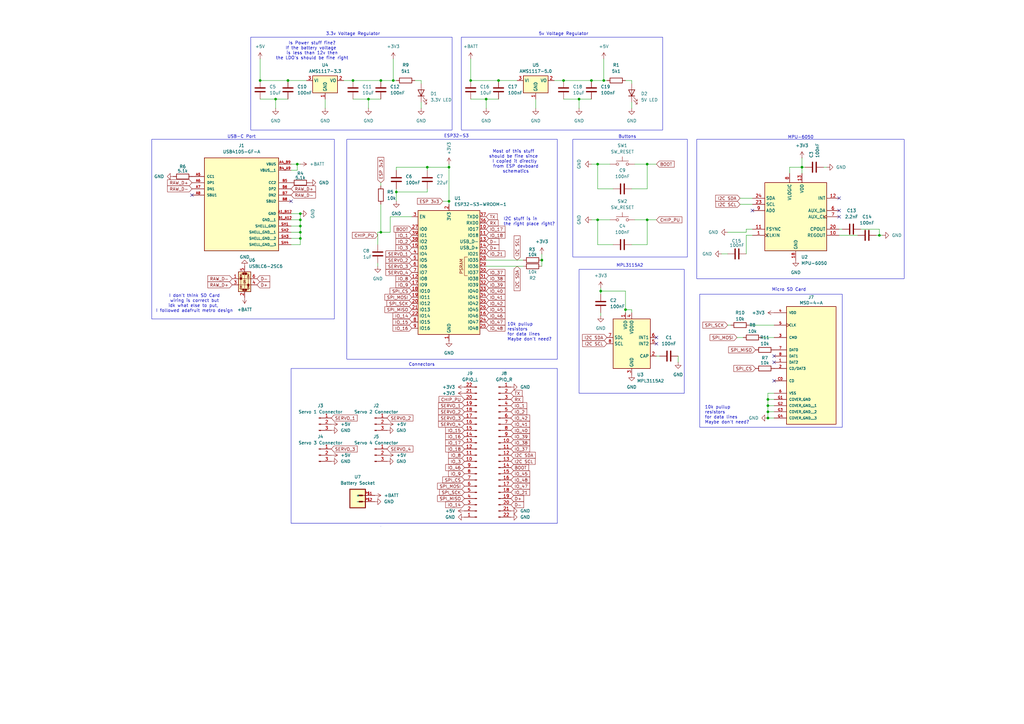
<source format=kicad_sch>
(kicad_sch (version 20231120) (generator "eeschema") (generator_version "8.0")
  (paper "A3")
  (junction (at 265.43 90.17))
  (junction (at 123.19 90.17))
  (junction (at 246.38 119.38))
  (junction (at 123.19 87.63))
  (junction (at 162.56 78.74))
  (junction (at 231.14 33.02))
  (junction (at 314.96 163.83))
  (junction (at 156.21 95.25))
  (junction (at 123.19 92.71))
  (junction (at 314.96 166.37))
  (junction (at 199.39 40.64))
  (junction (at 256.54 127))
  (junction (at 121.92 67.31))
  (junction (at 113.03 40.64))
  (junction (at 247.65 33.02))
  (junction (at 175.26 68.58))
  (junction (at 314.96 168.91))
  (junction (at 314.96 171.45))
  (junction (at 242.57 33.02))
  (junction (at 118.11 33.02))
  (junction (at 245.11 67.31))
  (junction (at 204.47 33.02))
  (junction (at 184.15 68.58))
  (junction (at 245.11 90.17))
  (junction (at 193.04 33.02))
  (junction (at 328.93 68.58))
  (junction (at 237.49 40.64))
  (junction (at 144.78 33.02))
  (junction (at 156.21 33.02))
  (junction (at 360.68 96.52))
  (junction (at 123.19 95.25))
  (junction (at 151.13 40.64))
  (junction (at 106.68 33.02))
  (junction (at 265.43 67.31))
  (junction (at 123.19 97.79))
  (junction (at 222.25 106.68))
  (junction (at 161.29 33.02))
  (junction (at 184.15 82.55))
  (no_connect (at 344.17 81.28))
  (no_connect (at 344.17 86.36))
  (no_connect (at 269.24 140.97))
  (no_connect (at 119.38 82.55))
  (no_connect (at 308.61 86.36))
  (no_connect (at 317.5 148.59))
  (no_connect (at 317.5 156.21))
  (no_connect (at 344.17 88.9))
  (no_connect (at 269.24 138.43))
  (no_connect (at 78.74 80.01))
  (no_connect (at 317.5 146.05))
  (wire (pts (xy 123.19 95.25) (xy 123.19 92.71)))
  (wire (pts (xy 119.38 92.71) (xy 123.19 92.71)))
  (wire (pts (xy 314.96 168.91) (xy 317.5 168.91)))
  (wire (pts (xy 269.24 146.05) (xy 270.51 146.05)))
  (wire (pts (xy 156.21 74.93) (xy 156.21 76.2)))
  (wire (pts (xy 353.06 93.98) (xy 360.68 93.98)))
  (wire (pts (xy 260.35 67.31) (xy 265.43 67.31)))
  (wire (pts (xy 259.08 128.27) (xy 259.08 127)))
  (wire (pts (xy 123.19 67.31) (xy 121.92 67.31)))
  (wire (pts (xy 199.39 109.22) (xy 214.63 109.22)))
  (wire (pts (xy 119.38 100.33) (xy 123.19 100.33)))
  (wire (pts (xy 302.26 138.43) (xy 304.8 138.43)))
  (wire (pts (xy 314.96 163.83) (xy 314.96 166.37)))
  (wire (pts (xy 259.08 127) (xy 256.54 127)))
  (wire (pts (xy 162.56 78.74) (xy 162.56 82.55)))
  (wire (pts (xy 156.21 33.02) (xy 161.29 33.02)))
  (wire (pts (xy 298.45 133.35) (xy 299.72 133.35)))
  (wire (pts (xy 204.47 33.02) (xy 212.09 33.02)))
  (wire (pts (xy 247.65 24.13) (xy 247.65 33.02)))
  (wire (pts (xy 265.43 90.17) (xy 265.43 100.33)))
  (wire (pts (xy 260.35 90.17) (xy 265.43 90.17)))
  (wire (pts (xy 123.19 97.79) (xy 123.19 95.25)))
  (wire (pts (xy 219.71 40.64) (xy 219.71 44.45)))
  (wire (pts (xy 119.38 90.17) (xy 123.19 90.17)))
  (wire (pts (xy 344.17 93.98) (xy 345.44 93.98)))
  (wire (pts (xy 306.07 96.52) (xy 308.61 96.52)))
  (wire (pts (xy 106.68 33.02) (xy 118.11 33.02)))
  (wire (pts (xy 204.47 40.64) (xy 199.39 40.64)))
  (wire (pts (xy 246.38 119.38) (xy 246.38 120.65)))
  (wire (pts (xy 123.19 92.71) (xy 123.19 90.17)))
  (wire (pts (xy 151.13 40.64) (xy 151.13 44.45)))
  (wire (pts (xy 245.11 67.31) (xy 250.19 67.31)))
  (wire (pts (xy 154.94 95.25) (xy 156.21 95.25)))
  (wire (pts (xy 303.53 81.28) (xy 308.61 81.28)))
  (wire (pts (xy 123.19 90.17) (xy 123.19 87.63)))
  (wire (pts (xy 160.02 95.25) (xy 156.21 95.25)))
  (wire (pts (xy 259.08 33.02) (xy 259.08 34.29)))
  (wire (pts (xy 118.11 33.02) (xy 125.73 33.02)))
  (wire (pts (xy 121.92 69.85) (xy 119.38 69.85)))
  (wire (pts (xy 259.08 77.47) (xy 265.43 77.47)))
  (wire (pts (xy 133.35 40.64) (xy 133.35 44.45)))
  (wire (pts (xy 246.38 118.11) (xy 246.38 119.38)))
  (wire (pts (xy 162.56 68.58) (xy 162.56 69.85)))
  (wire (pts (xy 184.15 67.31) (xy 184.15 68.58)))
  (wire (pts (xy 222.25 106.68) (xy 222.25 109.22)))
  (wire (pts (xy 118.11 40.64) (xy 113.03 40.64)))
  (wire (pts (xy 314.96 166.37) (xy 314.96 168.91)))
  (wire (pts (xy 156.21 40.64) (xy 151.13 40.64)))
  (wire (pts (xy 245.11 90.17) (xy 250.19 90.17)))
  (wire (pts (xy 193.04 40.64) (xy 199.39 40.64)))
  (wire (pts (xy 314.96 166.37) (xy 317.5 166.37)))
  (wire (pts (xy 113.03 40.64) (xy 113.03 44.45)))
  (wire (pts (xy 121.92 67.31) (xy 121.92 69.85)))
  (wire (pts (xy 170.18 33.02) (xy 172.72 33.02)))
  (wire (pts (xy 161.29 33.02) (xy 162.56 33.02)))
  (wire (pts (xy 256.54 119.38) (xy 256.54 127)))
  (wire (pts (xy 106.68 24.13) (xy 106.68 33.02)))
  (wire (pts (xy 251.46 77.47) (xy 245.11 77.47)))
  (wire (pts (xy 314.96 168.91) (xy 314.96 171.45)))
  (wire (pts (xy 162.56 77.47) (xy 162.56 78.74)))
  (wire (pts (xy 184.15 82.55) (xy 184.15 83.82)))
  (wire (pts (xy 144.78 40.64) (xy 151.13 40.64)))
  (wire (pts (xy 259.08 41.91) (xy 259.08 44.45)))
  (wire (pts (xy 360.68 96.52) (xy 361.95 96.52)))
  (wire (pts (xy 328.93 68.58) (xy 328.93 71.12)))
  (wire (pts (xy 175.26 68.58) (xy 184.15 68.58)))
  (wire (pts (xy 162.56 78.74) (xy 175.26 78.74)))
  (wire (pts (xy 314.96 161.29) (xy 314.96 163.83)))
  (wire (pts (xy 314.96 171.45) (xy 317.5 171.45)))
  (wire (pts (xy 175.26 68.58) (xy 175.26 69.85)))
  (wire (pts (xy 306.07 95.25) (xy 306.07 93.98)))
  (wire (pts (xy 184.15 68.58) (xy 184.15 82.55)))
  (wire (pts (xy 119.38 97.79) (xy 123.19 97.79)))
  (wire (pts (xy 156.21 83.82) (xy 156.21 95.25)))
  (wire (pts (xy 246.38 129.54) (xy 246.38 128.27)))
  (wire (pts (xy 312.42 138.43) (xy 317.5 138.43)))
  (wire (pts (xy 106.68 40.64) (xy 113.03 40.64)))
  (wire (pts (xy 256.54 127) (xy 256.54 128.27)))
  (wire (pts (xy 307.34 133.35) (xy 317.5 133.35)))
  (wire (pts (xy 295.91 104.14) (xy 298.45 104.14)))
  (wire (pts (xy 231.14 40.64) (xy 237.49 40.64)))
  (wire (pts (xy 360.68 93.98) (xy 360.68 96.52)))
  (wire (pts (xy 123.19 100.33) (xy 123.19 97.79)))
  (wire (pts (xy 172.72 33.02) (xy 172.72 34.29)))
  (wire (pts (xy 160.02 88.9) (xy 160.02 95.25)))
  (wire (pts (xy 181.61 82.55) (xy 184.15 82.55)))
  (wire (pts (xy 256.54 33.02) (xy 259.08 33.02)))
  (wire (pts (xy 251.46 100.33) (xy 245.11 100.33)))
  (wire (pts (xy 259.08 100.33) (xy 265.43 100.33)))
  (wire (pts (xy 323.85 68.58) (xy 323.85 71.12)))
  (wire (pts (xy 242.57 67.31) (xy 245.11 67.31)))
  (wire (pts (xy 298.45 95.25) (xy 306.07 95.25)))
  (wire (pts (xy 306.07 104.14) (xy 306.07 96.52)))
  (wire (pts (xy 193.04 24.13) (xy 193.04 33.02)))
  (wire (pts (xy 119.38 87.63) (xy 123.19 87.63)))
  (wire (pts (xy 247.65 33.02) (xy 248.92 33.02)))
  (wire (pts (xy 359.41 96.52) (xy 360.68 96.52)))
  (wire (pts (xy 303.53 83.82) (xy 308.61 83.82)))
  (wire (pts (xy 306.07 93.98) (xy 308.61 93.98)))
  (wire (pts (xy 119.38 67.31) (xy 121.92 67.31)))
  (wire (pts (xy 227.33 33.02) (xy 231.14 33.02)))
  (wire (pts (xy 328.93 64.77) (xy 328.93 68.58)))
  (wire (pts (xy 242.57 40.64) (xy 237.49 40.64)))
  (wire (pts (xy 314.96 163.83) (xy 317.5 163.83)))
  (wire (pts (xy 144.78 33.02) (xy 156.21 33.02)))
  (wire (pts (xy 246.38 119.38) (xy 256.54 119.38)))
  (wire (pts (xy 154.94 95.25) (xy 154.94 100.33)))
  (wire (pts (xy 265.43 67.31) (xy 265.43 77.47)))
  (wire (pts (xy 222.25 104.14) (xy 222.25 106.68)))
  (wire (pts (xy 328.93 68.58) (xy 330.2 68.58)))
  (wire (pts (xy 265.43 67.31) (xy 269.24 67.31)))
  (wire (pts (xy 193.04 33.02) (xy 204.47 33.02)))
  (wire (pts (xy 265.43 90.17) (xy 269.24 90.17)))
  (wire (pts (xy 175.26 78.74) (xy 175.26 77.47)))
  (wire (pts (xy 242.57 33.02) (xy 247.65 33.02)))
  (wire (pts (xy 242.57 90.17) (xy 245.11 90.17)))
  (wire (pts (xy 154.94 109.22) (xy 154.94 107.95)))
  (wire (pts (xy 172.72 41.91) (xy 172.72 44.45)))
  (wire (pts (xy 317.5 161.29) (xy 314.96 161.29)))
  (wire (pts (xy 328.93 68.58) (xy 323.85 68.58)))
  (wire (pts (xy 245.11 100.33) (xy 245.11 90.17)))
  (wire (pts (xy 162.56 68.58) (xy 175.26 68.58)))
  (wire (pts (xy 245.11 77.47) (xy 245.11 67.31)))
  (wire (pts (xy 168.91 88.9) (xy 160.02 88.9)))
  (wire (pts (xy 337.82 68.58) (xy 339.09 68.58)))
  (wire (pts (xy 237.49 40.64) (xy 237.49 44.45)))
  (wire (pts (xy 231.14 33.02) (xy 242.57 33.02)))
  (wire (pts (xy 119.38 95.25) (xy 123.19 95.25)))
  (wire (pts (xy 140.97 33.02) (xy 144.78 33.02)))
  (wire (pts (xy 199.39 40.64) (xy 199.39 44.45)))
  (wire (pts (xy 344.17 96.52) (xy 351.79 96.52)))
  (wire (pts (xy 278.13 146.05) (xy 278.13 148.59)))
  (wire (pts (xy 161.29 24.13) (xy 161.29 33.02)))
  (wire (pts (xy 199.39 106.68) (xy 214.63 106.68)))
  (rectangle (start 142.24 57.15) (end 228.6 147.32))
  (rectangle (start 237.49 110.49) (end 280.67 161.29))
  (rectangle (start 156.21 215.9) (end 156.21 215.9))
  (rectangle (start 287.02 120.65) (end 345.44 175.26))
  (rectangle (start 102.87 15.24) (end 185.42 53.34))
  (rectangle (start 189.23 15.24) (end 271.78 53.34))
  (rectangle (start 62.23 57.15) (end 137.16 130.81))
  (rectangle (start 234.95 57.15) (end 281.94 105.41))
  (rectangle (start 285.75 57.15) (end 370.84 114.3))
  (rectangle (start 119.38 151.13) (end 228.6 214.63))
  (text "Micro SD Card\n" (at 323.596 118.872 0) (effects (font (size 1.27 1.27))))
  (text "Buttons\n" (at 257.302 56.134 0) (effects (font (size 1.27 1.27))))
  (text "ESP32-S3\n" (at 187.198 55.88 0) (effects (font (size 1.27 1.27))))
  (text "I2C stuff is in \nthe right place right?" (at 206.502 90.932 0) (effects (font (size 1.27 1.27)) (justify left)))
  (text "USB-C Port" (at 99.06 56.134 0) (effects (font (size 1.27 1.27))))
  (text "I don't think SD Card\n wiring is correct but \nidk what else to put, \nI followed adafruit metro design\n" (at 79.756 124.46 0) (effects (font (size 1.27 1.27))))
  (text "Most of this stuff \nshould be fine since \nI copied it directly\n from ESP devboard\n schematics" (at 211.074 66.294 0) (effects (font (size 1.27 1.27))))
  (text "3.3v Voltage Regulator\n" (at 144.78 13.97 0) (effects (font (size 1.27 1.27))))
  (text "Connectors\n" (at 172.974 149.606 0) (effects (font (size 1.27 1.27))))
  (text "5v Voltage Regulator\n" (at 231.14 13.97 0) (effects (font (size 1.27 1.27))))
  (text "10k pullup \nresistors\nfor data lines\nMaybe don't need?" (at 289.052 170.18 0) (effects (font (size 1.27 1.27)) (justify left)))
  (text "MPU-6050\n" (at 328.422 56.388 0) (effects (font (size 1.27 1.27))))
  (text "MPL3115A2\n" (at 258.318 108.966 0) (effects (font (size 1.27 1.27))))
  (text "Is Power stuff fine?\nIf the battery voltage \nis less than 12v then\nthe LDO's should be fine right" (at 128.016 20.828 0) (effects (font (size 1.27 1.27))))
  (text "10k pullup \nresistors\nfor data lines\nMaybe don't need?" (at 208.026 136.144 0) (effects (font (size 1.27 1.27)) (justify left)))
  (global_label "IO_45" (shape input) (at 199.39 127 0) (property "Intersheetrefs" "${INTERSHEET_REFS}" (effects (hide yes))))
  (global_label "IO_39" (shape input) (at 209.55 179.07 0) (property "Intersheetrefs" "${INTERSHEET_REFS}" (effects (hide yes))))
  (global_label "RX" (shape input) (at 199.39 91.44 0) (property "Intersheetrefs" "${INTERSHEET_REFS}" (effects (hide yes))))
  (global_label "IO_14" (shape input) (at 190.5 207.01 180) (property "Intersheetrefs" "${INTERSHEET_REFS}" (effects (hide yes))))
  (global_label "I2C SCL" (shape input) (at 248.92 140.97 180) (property "Intersheetrefs" "${INTERSHEET_REFS}" (effects (hide yes))))
  (global_label "IO_3" (shape input) (at 190.5 189.23 180) (property "Intersheetrefs" "${INTERSHEET_REFS}" (effects (hide yes))))
  (global_label "SPI_SCK" (shape input) (at 298.45 133.35 180) (property "Intersheetrefs" "${INTERSHEET_REFS}" (effects (hide yes))))
  (global_label "SERVO_2" (shape input) (at 190.5 168.91 180) (property "Intersheetrefs" "${INTERSHEET_REFS}" (effects (hide yes))))
  (global_label "SERVO_1" (shape input) (at 135.89 171.45 0) (property "Intersheetrefs" "${INTERSHEET_REFS}" (effects (hide yes))))
  (global_label "SPI_MOSI" (shape input) (at 302.26 138.43 180) (property "Intersheetrefs" "${INTERSHEET_REFS}" (effects (hide yes))))
  (global_label "I2C SDA" (shape input) (at 209.55 186.69 0) (property "Intersheetrefs" "${INTERSHEET_REFS}" (effects (hide yes))))
  (global_label "IO_38" (shape input) (at 209.55 181.61 0) (property "Intersheetrefs" "${INTERSHEET_REFS}" (effects (hide yes))))
  (global_label "IO_17" (shape input) (at 199.39 93.98 0) (property "Intersheetrefs" "${INTERSHEET_REFS}" (effects (hide yes))))
  (global_label "ESP 3v3" (shape input) (at 156.21 74.93 90) (property "Intersheetrefs" "${INTERSHEET_REFS}" (effects (hide yes))))
  (global_label "SPI_SCK" (shape input) (at 190.5 201.93 180) (property "Intersheetrefs" "${INTERSHEET_REFS}" (effects (hide yes))))
  (global_label "I2C SCL" (shape input) (at 212.09 106.68 90) (property "Intersheetrefs" "${INTERSHEET_REFS}" (effects (hide yes))))
  (global_label "IO_2" (shape input) (at 168.91 99.06 180) (property "Intersheetrefs" "${INTERSHEET_REFS}" (effects (hide yes))))
  (global_label "SPI_MOSI" (shape input) (at 190.5 199.39 180) (property "Intersheetrefs" "${INTERSHEET_REFS}" (effects (hide yes))))
  (global_label "SERVO_3" (shape input) (at 190.5 171.45 180) (property "Intersheetrefs" "${INTERSHEET_REFS}" (effects (hide yes))))
  (global_label "RX" (shape input) (at 209.55 163.83 0) (property "Intersheetrefs" "${INTERSHEET_REFS}" (effects (hide yes))))
  (global_label "SERVO_4" (shape input) (at 168.91 111.76 180) (property "Intersheetrefs" "${INTERSHEET_REFS}" (effects (hide yes))))
  (global_label "RAW_D-" (shape input) (at 95.25 114.3 180) (property "Intersheetrefs" "${INTERSHEET_REFS}" (effects (hide yes))))
  (global_label "BOOT" (shape input) (at 269.24 67.31 0) (property "Intersheetrefs" "${INTERSHEET_REFS}" (effects (hide yes))))
  (global_label "IO_14" (shape input) (at 168.91 129.54 180) (property "Intersheetrefs" "${INTERSHEET_REFS}" (effects (hide yes))))
  (global_label "BOOT" (shape input) (at 209.55 191.77 0) (property "Intersheetrefs" "${INTERSHEET_REFS}" (effects (hide yes))))
  (global_label "CHIP_PU" (shape input) (at 154.94 96.52 180) (property "Intersheetrefs" "${INTERSHEET_REFS}" (effects (hide yes))))
  (global_label "CHIP_PU" (shape input) (at 269.24 90.17 0) (property "Intersheetrefs" "${INTERSHEET_REFS}" (effects (hide yes))))
  (global_label "ESP 3v3" (shape input) (at 181.61 82.55 180) (property "Intersheetrefs" "${INTERSHEET_REFS}" (effects (hide yes))))
  (global_label "IO_40" (shape input) (at 199.39 119.38 0) (property "Intersheetrefs" "${INTERSHEET_REFS}" (effects (hide yes))))
  (global_label "D-" (shape input) (at 199.39 99.06 0) (property "Intersheetrefs" "${INTERSHEET_REFS}" (effects (hide yes))))
  (global_label "I2C SCL" (shape input) (at 303.53 83.82 180) (property "Intersheetrefs" "${INTERSHEET_REFS}" (effects (hide yes))))
  (global_label "IO_1" (shape input) (at 209.55 166.37 0) (property "Intersheetrefs" "${INTERSHEET_REFS}" (effects (hide yes))))
  (global_label "IO_15" (shape input) (at 168.91 132.08 180) (property "Intersheetrefs" "${INTERSHEET_REFS}" (effects (hide yes))))
  (global_label "IO_47" (shape input) (at 199.39 132.08 0) (property "Intersheetrefs" "${INTERSHEET_REFS}" (effects (hide yes))))
  (global_label "IO_18" (shape input) (at 199.39 96.52 0) (property "Intersheetrefs" "${INTERSHEET_REFS}" (effects (hide yes))))
  (global_label "IO_42" (shape input) (at 199.39 124.46 0) (property "Intersheetrefs" "${INTERSHEET_REFS}" (effects (hide yes))))
  (global_label "CHIP_PU" (shape input) (at 190.5 163.83 180) (property "Intersheetrefs" "${INTERSHEET_REFS}" (effects (hide yes))))
  (global_label "I2C SDA" (shape input) (at 303.53 81.28 180) (property "Intersheetrefs" "${INTERSHEET_REFS}" (effects (hide yes))))
  (global_label "SPI_CS" (shape input) (at 168.91 119.38 180) (property "Intersheetrefs" "${INTERSHEET_REFS}" (effects (hide yes))))
  (global_label "SERVO_3" (shape input) (at 168.91 109.22 180) (property "Intersheetrefs" "${INTERSHEET_REFS}" (effects (hide yes))))
  (global_label "IO_8" (shape input) (at 168.91 114.3 180) (property "Intersheetrefs" "${INTERSHEET_REFS}" (effects (hide yes))))
  (global_label "IO_40" (shape input) (at 209.55 176.53 0) (property "Intersheetrefs" "${INTERSHEET_REFS}" (effects (hide yes))))
  (global_label "D+" (shape input) (at 105.41 116.84 0) (property "Intersheetrefs" "${INTERSHEET_REFS}" (effects (hide yes))))
  (global_label "IO_1" (shape input) (at 168.91 96.52 180) (property "Intersheetrefs" "${INTERSHEET_REFS}" (effects (hide yes))))
  (global_label "D-" (shape input) (at 209.55 207.01 0) (property "Intersheetrefs" "${INTERSHEET_REFS}" (effects (hide yes))))
  (global_label "IO_16" (shape input) (at 190.5 179.07 180) (property "Intersheetrefs" "${INTERSHEET_REFS}" (effects (hide yes))))
  (global_label "RAW_D+" (shape input) (at 95.25 116.84 180) (property "Intersheetrefs" "${INTERSHEET_REFS}" (effects (hide yes))))
  (global_label "D-" (shape input) (at 105.41 114.3 0) (property "Intersheetrefs" "${INTERSHEET_REFS}" (effects (hide yes))))
  (global_label "SERVO_3" (shape input) (at 135.89 184.15 0) (property "Intersheetrefs" "${INTERSHEET_REFS}" (effects (hide yes))))
  (global_label "IO_9" (shape input) (at 190.5 194.31 180) (property "Intersheetrefs" "${INTERSHEET_REFS}" (effects (hide yes))))
  (global_label "IO_2" (shape input) (at 209.55 168.91 0) (property "Intersheetrefs" "${INTERSHEET_REFS}" (effects (hide yes))))
  (global_label "SPI_MISO" (shape input) (at 309.88 143.51 180) (property "Intersheetrefs" "${INTERSHEET_REFS}" (effects (hide yes))))
  (global_label "SPI_CS" (shape input) (at 309.88 151.13 180) (property "Intersheetrefs" "${INTERSHEET_REFS}" (effects (hide yes))))
  (global_label "IO_21" (shape input) (at 209.55 201.93 0) (property "Intersheetrefs" "${INTERSHEET_REFS}" (effects (hide yes))))
  (global_label "BOOT" (shape input) (at 168.91 93.98 180) (property "Intersheetrefs" "${INTERSHEET_REFS}" (effects (hide yes))))
  (global_label "SPI_MISO" (shape input) (at 168.91 127 180) (property "Intersheetrefs" "${INTERSHEET_REFS}" (effects (hide yes))))
  (global_label "SPI_SCK" (shape input) (at 168.91 124.46 180) (property "Intersheetrefs" "${INTERSHEET_REFS}" (effects (hide yes))))
  (global_label "SERVO_2" (shape input) (at 168.91 106.68 180) (property "Intersheetrefs" "${INTERSHEET_REFS}" (effects (hide yes))))
  (global_label "I2C SDA" (shape input) (at 212.09 109.22 270) (property "Intersheetrefs" "${INTERSHEET_REFS}" (effects (hide yes))))
  (global_label "IO_48" (shape input) (at 199.39 134.62 0) (property "Intersheetrefs" "${INTERSHEET_REFS}" (effects (hide yes))))
  (global_label "IO_21" (shape input) (at 199.39 104.14 0) (property "Intersheetrefs" "${INTERSHEET_REFS}" (effects (hide yes))))
  (global_label "IO_41" (shape input) (at 209.55 173.99 0) (property "Intersheetrefs" "${INTERSHEET_REFS}" (effects (hide yes))))
  (global_label "IO_3" (shape input) (at 168.91 101.6 180) (property "Intersheetrefs" "${INTERSHEET_REFS}" (effects (hide yes))))
  (global_label "IO_42" (shape input) (at 209.55 171.45 0) (property "Intersheetrefs" "${INTERSHEET_REFS}" (effects (hide yes))))
  (global_label "IO_45" (shape input) (at 209.55 194.31 0) (property "Intersheetrefs" "${INTERSHEET_REFS}" (effects (hide yes))))
  (global_label "RAW_D+" (shape input) (at 119.38 77.47 0) (property "Intersheetrefs" "${INTERSHEET_REFS}" (effects (hide yes))))
  (global_label "SPI_MISO" (shape input) (at 190.5 204.47 180) (property "Intersheetrefs" "${INTERSHEET_REFS}" (effects (hide yes))))
  (global_label "IO_15" (shape input) (at 190.5 176.53 180) (property "Intersheetrefs" "${INTERSHEET_REFS}" (effects (hide yes))))
  (global_label "SERVO_1" (shape input) (at 168.91 104.14 180) (property "Intersheetrefs" "${INTERSHEET_REFS}" (effects (hide yes))))
  (global_label "TX" (shape input) (at 199.39 88.9 0) (property "Intersheetrefs" "${INTERSHEET_REFS}" (effects (hide yes))))
  (global_label "IO_18" (shape input) (at 190.5 184.15 180) (property "Intersheetrefs" "${INTERSHEET_REFS}" (effects (hide yes))))
  (global_label "IO_41" (shape input) (at 199.39 121.92 0) (property "Intersheetrefs" "${INTERSHEET_REFS}" (effects (hide yes))))
  (global_label "IO_8" (shape input) (at 190.5 186.69 180) (property "Intersheetrefs" "${INTERSHEET_REFS}" (effects (hide yes))))
  (global_label "IO_9" (shape input) (at 168.91 116.84 180) (property "Intersheetrefs" "${INTERSHEET_REFS}" (effects (hide yes))))
  (global_label "SERVO_1" (shape input) (at 190.5 166.37 180) (property "Intersheetrefs" "${INTERSHEET_REFS}" (effects (hide yes))))
  (global_label "RAW_D-" (shape input) (at 119.38 80.01 0) (property "Intersheetrefs" "${INTERSHEET_REFS}" (effects (hide yes))))
  (global_label "IO_37" (shape input) (at 199.39 111.76 0) (property "Intersheetrefs" "${INTERSHEET_REFS}" (effects (hide yes))))
  (global_label "SPI_CS" (shape input) (at 190.5 196.85 180) (property "Intersheetrefs" "${INTERSHEET_REFS}" (effects (hide yes))))
  (global_label "I2C SDA" (shape input) (at 248.92 138.43 180) (property "Intersheetrefs" "${INTERSHEET_REFS}" (effects (hide yes))))
  (global_label "IO_48" (shape input) (at 209.55 196.85 0) (property "Intersheetrefs" "${INTERSHEET_REFS}" (effects (hide yes))))
  (global_label "D+" (shape input) (at 209.55 204.47 0) (property "Intersheetrefs" "${INTERSHEET_REFS}" (effects (hide yes))))
  (global_label "RAW_D-" (shape input) (at 78.74 77.47 180) (property "Intersheetrefs" "${INTERSHEET_REFS}" (effects (hide yes))))
  (global_label "IO_46" (shape input) (at 190.5 191.77 180) (property "Intersheetrefs" "${INTERSHEET_REFS}" (effects (hide yes))))
  (global_label "SERVO_4" (shape input) (at 158.75 184.15 0) (property "Intersheetrefs" "${INTERSHEET_REFS}" (effects (hide yes))))
  (global_label "IO_16" (shape input) (at 168.91 134.62 180) (property "Intersheetrefs" "${INTERSHEET_REFS}" (effects (hide yes))))
  (global_label "I2C SCL" (shape input) (at 209.55 189.23 0) (property "Intersheetrefs" "${INTERSHEET_REFS}" (effects (hide yes))))
  (global_label "IO_38" (shape input) (at 199.39 114.3 0) (property "Intersheetrefs" "${INTERSHEET_REFS}" (effects (hide yes))))
  (global_label "SPI_MOSI" (shape input) (at 168.91 121.92 180) (property "Intersheetrefs" "${INTERSHEET_REFS}" (effects (hide yes))))
  (global_label "TX" (shape input) (at 209.55 161.29 0) (property "Intersheetrefs" "${INTERSHEET_REFS}" (effects (hide yes))))
  (global_label "RAW_D+" (shape input) (at 78.74 74.93 180) (property "Intersheetrefs" "${INTERSHEET_REFS}" (effects (hide yes))))
  (global_label "SERVO_4" (shape input) (at 190.5 173.99 180) (property "Intersheetrefs" "${INTERSHEET_REFS}" (effects (hide yes))))
  (global_label "D+" (shape input) (at 199.39 101.6 0) (property "Intersheetrefs" "${INTERSHEET_REFS}" (effects (hide yes))))
  (global_label "SERVO_2" (shape input) (at 158.75 171.45 0) (property "Intersheetrefs" "${INTERSHEET_REFS}" (effects (hide yes))))
  (global_label "IO_47" (shape input) (at 209.55 199.39 0) (property "Intersheetrefs" "${INTERSHEET_REFS}" (effects (hide yes))))
  (global_label "IO_39" (shape input) (at 199.39 116.84 0) (property "Intersheetrefs" "${INTERSHEET_REFS}" (effects (hide yes))))
  (global_label "IO_46" (shape input) (at 199.39 129.54 0) (property "Intersheetrefs" "${INTERSHEET_REFS}" (effects (hide yes))))
  (global_label "IO_37" (shape input) (at 209.55 184.15 0) (property "Intersheetrefs" "${INTERSHEET_REFS}" (effects (hide yes))))
  (global_label "IO_17" (shape input) (at 190.5 181.61 180) (property "Intersheetrefs" "${INTERSHEET_REFS}" (effects (hide yes))))
  (symbol (lib_id "Device:C") (at 162.56 73.66 0) (unit 1)
    (property "Reference" "C6" (at 166.37 72.3899 0) (effects (justify left)))
    (property "Value" "100nF" (at 166.37 74.9299 0) (effects (justify left)))
    (property "Footprint" "Capacitor_SMD:C_0603_1608Metric" (effects (hide yes)))
    (property "Description" "Unpolarized capacitor" (effects (hide yes)))
  )
  (symbol (lib_id "power:+5V") (at 135.89 186.69 270) (unit 1)
    (property "Reference" "#PWR039" (effects (hide yes)))
    (property "Value" "+5V" (at 139.7 186.6899 90) (effects (justify left)))
    (property "Description" "Power symbol creates a global label with name \"+5V\"" (effects (hide yes)))
  )
  (symbol (lib_id "power:+BATT") (at 123.19 67.31 270) (unit 1)
    (property "Reference" "#PWR033" (effects (hide yes)))
    (property "Value" "+BATT" (at 127 67.3099 90) (effects (justify left)))
    (property "Description" "Power symbol creates a global label with name \"+BATT\"" (effects (hide yes)))
  )
  (symbol (lib_id "power:+3V3") (at 190.5 161.29 90) (unit 1)
    (property "Reference" "#PWR027" (effects (hide yes)))
    (property "Value" "+3V3" (at 186.69 161.2899 90) (effects (justify left)))
    (property "Description" "Power symbol creates a global label with name \"+3V3\"" (effects (hide yes)))
  )
  (symbol (lib_id "Connector:Conn_01x22_Pin") (at 204.47 184.15 0) (unit 1)
    (property "Reference" "J8" (at 206.756 153.162 0))
    (property "Value" "GPIO_R" (at 206.756 155.702 0))
    (property "Footprint" "Connector_PinSocket_2.54mm:PinSocket_1x22_P2.54mm_Vertical" (effects (hide yes)))
    (property "Description" "Generic connector, single row, 01x22, script generated" (effects (hide yes)))
  )
  (symbol (lib_id "power:GND") (at 361.95 96.52 90) (unit 1)
    (property "Reference" "#PWR032" (effects (hide yes)))
    (property "Value" "GND" (at 365.76 96.5199 90) (effects (justify right)))
    (property "Description" "Power symbol creates a global label with name \"GND\" , ground" (effects (hide yes)))
  )
  (symbol (lib_id "power:GND") (at 135.89 176.53 90) (unit 1)
    (property "Reference" "#PWR046" (effects (hide yes)))
    (property "Value" "GND" (at 139.7 176.5299 90) (effects (justify right)))
    (property "Description" "Power symbol creates a global label with name \"GND\" , ground" (effects (hide yes)))
  )
  (symbol (lib_id "power:+5V") (at 158.75 173.99 270) (unit 1)
    (property "Reference" "#PWR041" (effects (hide yes)))
    (property "Value" "+5V" (at 162.56 173.9899 90) (effects (justify left)))
    (property "Description" "Power symbol creates a global label with name \"+5V\"" (effects (hide yes)))
  )
  (symbol (lib_id "power:GND") (at 154.94 109.22 0) (unit 1)
    (property "Reference" "#PWR029" (effects (hide yes)))
    (property "Value" "GND" (at 154.94 114.3 0))
    (property "Description" "Power symbol creates a global label with name \"GND\" , ground" (effects (hide yes)))
  )
  (symbol (lib_id "power:+5V") (at 106.68 24.13 0) (unit 1)
    (property "Reference" "#PWR016" (effects (hide yes)))
    (property "Value" "+5V" (at 106.68 19.05 0))
    (property "Description" "Power symbol creates a global label with name \"+5V\"" (effects (hide yes)))
  )
  (symbol (lib_id "power:+3V3") (at 246.38 118.11 0) (unit 1)
    (property "Reference" "#PWR03" (effects (hide yes)))
    (property "Value" "+3V3" (at 246.38 113.03 0))
    (property "Description" "Power symbol creates a global label with name \"+3V3\"" (effects (hide yes)))
  )
  (symbol (lib_id "power:+5V") (at 247.65 24.13 0) (unit 1)
    (property "Reference" "#PWR036" (effects (hide yes)))
    (property "Value" "+5V" (at 247.65 19.05 0))
    (property "Description" "Power symbol creates a global label with name \"+5V\"" (effects (hide yes)))
  )
  (symbol (lib_id "Device:R") (at 166.37 33.02 90) (unit 1)
    (property "Reference" "R9" (at 166.37 26.67 90))
    (property "Value" "5k1" (at 166.37 29.21 90))
    (property "Footprint" "Resistor_SMD:R_0603_1608Metric" (effects (hide yes)))
    (property "Description" "Resistor" (effects (hide yes)))
  )
  (symbol (lib_id "Regulator_Linear:AMS1117-3.3") (at 133.35 33.02 0) (unit 1)
    (property "Reference" "U4" (at 133.35 26.67 0))
    (property "Value" "AMS1117-3.3" (at 133.35 29.21 0))
    (property "Footprint" "Package_TO_SOT_SMD:SOT-223-3_TabPin2" (effects (hide yes)))
    (property "Datasheet" "http://www.advanced-monolithic.com/pdf/ds1117.pdf" (effects (hide yes)))
    (property "Description" "1A Low Dropout regulator, positive, 3.3V fixed output, SOT-223" (effects (hide yes)))
  )
  (symbol (lib_id "Device:C") (at 204.47 36.83 0) (unit 1)
    (property "Reference" "C17" (at 208.28 35.5599 0) (effects (justify left)))
    (property "Value" "100nF" (at 208.28 38.0999 0) (effects (justify left)))
    (property "Footprint" "Capacitor_SMD:C_0603_1608Metric" (effects (hide yes)))
    (property "Description" "Unpolarized capacitor" (effects (hide yes)))
  )
  (symbol (lib_id "Device:R") (at 313.69 151.13 270) (unit 1)
    (property "Reference" "R7" (at 313.69 146.812 90))
    (property "Value" "10k" (at 313.69 148.844 90))
    (property "Footprint" "Resistor_SMD:R_0603_1608Metric" (effects (hide yes)))
    (property "Description" "Resistor" (effects (hide yes)))
  )
  (symbol (lib_id "Regulator_Linear:AMS1117-5.0") (at 219.71 33.02 0) (unit 1)
    (property "Reference" "U5" (at 219.71 26.67 0))
    (property "Value" "AMS1117-5.0" (at 219.71 29.21 0))
    (property "Footprint" "Package_TO_SOT_SMD:SOT-223-3_TabPin2" (effects (hide yes)))
    (property "Datasheet" "http://www.advanced-monolithic.com/pdf/ds1117.pdf" (effects (hide yes)))
    (property "Description" "1A Low Dropout regulator, positive, 5.0V fixed output, SOT-223" (effects (hide yes)))
  )
  (symbol (lib_id "power:GND") (at 113.03 44.45 0) (unit 1)
    (property "Reference" "#PWR019" (effects (hide yes)))
    (property "Value" "GND" (at 113.03 49.53 0))
    (property "Description" "Power symbol creates a global label with name \"GND\" , ground" (effects (hide yes)))
  )
  (symbol (lib_id "power:GND") (at 172.72 44.45 0) (unit 1)
    (property "Reference" "#PWR018" (effects (hide yes)))
    (property "Value" "GND" (at 172.72 49.53 0))
    (property "Description" "Power symbol creates a global label with name \"GND\" , ground" (effects (hide yes)))
  )
  (symbol (lib_id "Connector:Conn_01x03_Pin") (at 153.67 173.99 0) (unit 1)
    (property "Reference" "J2" (at 154.305 166.37 0))
    (property "Value" "Servo 2 Connector" (at 154.305 168.91 0))
    (property "Footprint" "Connector_JST:JST_PH_B3B-PH-K_1x03_P2.00mm_Vertical" (effects (hide yes)))
    (property "Description" "Generic connector, single row, 01x03, script generated" (effects (hide yes)))
  )
  (symbol (lib_id "power:GND") (at 246.38 129.54 0) (unit 1)
    (property "Reference" "#PWR04" (effects (hide yes)))
    (property "Value" "GND" (at 246.38 134.62 0))
    (property "Description" "Power symbol creates a global label with name \"GND\" , ground" (effects (hide yes)))
  )
  (symbol (lib_id "Device:C") (at 255.27 100.33 270) (unit 1)
    (property "Reference" "C4" (at 255.27 92.71 90))
    (property "Value" "100nF" (at 255.27 95.25 90))
    (property "Footprint" "Capacitor_SMD:C_0603_1608Metric" (effects (hide yes)))
    (property "Description" "Unpolarized capacitor" (effects (hide yes)))
  )
  (symbol (lib_id "power:GND") (at 209.55 158.75 90) (unit 1)
    (property "Reference" "#PWR054" (effects (hide yes)))
    (property "Value" "GND" (at 213.36 158.7499 90) (effects (justify right)))
    (property "Description" "Power symbol creates a global label with name \"GND\" , ground" (effects (hide yes)))
  )
  (symbol (lib_id "Device:C") (at 355.6 96.52 90) (unit 1)
    (property "Reference" "C14" (at 355.6 88.9 90))
    (property "Value" "100nF" (at 355.6 91.44 90))
    (property "Footprint" "Capacitor_SMD:C_0603_1608Metric" (effects (hide yes)))
    (property "Description" "Unpolarized capacitor" (effects (hide yes)))
  )
  (symbol (lib_id "power:GND") (at 295.91 104.14 270) (unit 1)
    (property "Reference" "#PWR013" (effects (hide yes)))
    (property "Value" "GND" (at 292.1 104.1399 90) (effects (justify right)))
    (property "Description" "Power symbol creates a global label with name \"GND\" , ground" (effects (hide yes)))
  )
  (symbol (lib_id "power:GND") (at 278.13 148.59 0) (unit 1)
    (property "Reference" "#PWR02" (effects (hide yes)))
    (property "Value" "GND" (at 278.13 153.67 0))
    (property "Description" "Power symbol creates a global label with name \"GND\" , ground" (effects (hide yes)))
  )
  (symbol (lib_id "power:+5V") (at 158.75 186.69 270) (unit 1)
    (property "Reference" "#PWR040" (effects (hide yes)))
    (property "Value" "+5V" (at 162.56 186.6899 90) (effects (justify left)))
    (property "Description" "Power symbol creates a global label with name \"+5V\"" (effects (hide yes)))
  )
  (symbol (lib_id "Connector:Conn_01x22_Pin") (at 195.58 186.69 180) (unit 1)
    (property "Reference" "J9" (at 191.516 153.162 0) (effects (justify right)))
    (property "Value" "GPIO_L" (at 189.484 155.702 0) (effects (justify right)))
    (property "Footprint" "Connector_PinSocket_2.54mm:PinSocket_1x22_P2.54mm_Vertical" (effects (hide yes)))
    (property "Description" "Generic connector, single row, 01x22, script generated" (effects (hide yes)))
  )
  (symbol (lib_id "Device:R") (at 218.44 109.22 270) (unit 1)
    (property "Reference" "R2" (at 218.44 114.046 90))
    (property "Value" "10k" (at 218.44 111.506 90))
    (property "Footprint" "Resistor_SMD:R_0603_1608Metric" (effects (hide yes)))
    (property "Description" "Resistor" (effects (hide yes)))
  )
  (symbol (lib_id "Device:C") (at 255.27 77.47 270) (unit 1)
    (property "Reference" "C9" (at 255.27 69.85 90))
    (property "Value" "100nF" (at 255.27 72.39 90))
    (property "Footprint" "Capacitor_SMD:C_0603_1608Metric" (effects (hide yes)))
    (property "Description" "Unpolarized capacitor" (effects (hide yes)))
  )
  (symbol (lib_id "power:+3V3") (at 184.15 67.31 0) (unit 1)
    (property "Reference" "#PWR014" (effects (hide yes)))
    (property "Value" "+3V3" (at 184.1501 63.5 90) (effects (justify left)))
    (property "Description" "Power symbol creates a global label with name \"+3V3\"" (effects (hide yes)))
  )
  (symbol (lib_id "power:GND") (at 339.09 68.58 90) (unit 1)
    (property "Reference" "#PWR07" (effects (hide yes)))
    (property "Value" "GND" (at 342.9 68.5799 90) (effects (justify right)))
    (property "Description" "Power symbol creates a global label with name \"GND\" , ground" (effects (hide yes)))
  )
  (symbol (lib_id "Device:LED") (at 259.08 38.1 90) (unit 1)
    (property "Reference" "D2" (at 262.89 38.4174 90) (effects (justify right)))
    (property "Value" "5V LED" (at 262.89 40.9574 90) (effects (justify right)))
    (property "Footprint" "LED_SMD:LED_0603_1608Metric" (effects (hide yes)))
    (property "Description" "Light emitting diode" (effects (hide yes)))
  )
  (symbol (lib_id "Device:C") (at 334.01 68.58 90) (unit 1)
    (property "Reference" "C3" (at 332.7399 64.77 0) (effects (justify left)))
    (property "Value" "100nF" (at 335.2799 64.77 0) (effects (justify left)))
    (property "Footprint" "Capacitor_SMD:C_0603_1608Metric" (effects (hide yes)))
    (property "Description" "Unpolarized capacitor" (effects (hide yes)))
  )
  (symbol (lib_id "Device:C") (at 118.11 36.83 0) (unit 1)
    (property "Reference" "C10" (at 121.92 35.5599 0) (effects (justify left)))
    (property "Value" "100nF" (at 121.92 38.0999 0) (effects (justify left)))
    (property "Footprint" "Capacitor_SMD:C_0603_1608Metric" (effects (hide yes)))
    (property "Description" "Unpolarized capacitor" (effects (hide yes)))
  )
  (symbol (lib_id "Device:C") (at 274.32 146.05 90) (unit 1)
    (property "Reference" "C1" (at 274.32 138.43 90))
    (property "Value" "100nF" (at 274.32 140.97 90))
    (property "Footprint" "Capacitor_SMD:C_0603_1608Metric" (effects (hide yes)))
    (property "Description" "Unpolarized capacitor" (effects (hide yes)))
  )
  (symbol (lib_id "power:+5V") (at 135.89 173.99 270) (unit 1)
    (property "Reference" "#PWR042" (effects (hide yes)))
    (property "Value" "+5V" (at 139.7 173.9899 90) (effects (justify left)))
    (property "Description" "Power symbol creates a global label with name \"+5V\"" (effects (hide yes)))
  )
  (symbol (lib_id "USB4105-GF-A:USB4105-GF-A") (at 99.06 77.47 0) (unit 1)
    (property "Reference" "J1" (at 99.06 59.69 0))
    (property "Value" "USB4105-GF-A" (at 99.06 62.23 0))
    (property "Footprint" "USB4105_GF_A:GCT_USB4105-GF-A" (effects (hide yes)))
    (property "PARTREV" "B4" (effects (hide yes)))
    (property "STANDARD" "Manufacturer Recommendations" (effects (hide yes)))
    (property "MAXIMUM_PACKAGE_HEIGHT" "3.31 mm" (effects (hide yes)))
    (property "MANUFACTURER" "GCT" (effects (hide yes)))
  )
  (symbol (lib_id "power:GND") (at 162.56 82.55 0) (unit 1)
    (property "Reference" "#PWR021" (effects (hide yes)))
    (property "Value" "GND" (at 162.56 87.63 0))
    (property "Description" "Power symbol creates a global label with name \"GND\" , ground" (effects (hide yes)))
  )
  (symbol (lib_id "power:+3V3") (at 317.5 128.27 90) (unit 1)
    (property "Reference" "#PWR09" (effects (hide yes)))
    (property "Value" "+3V3" (at 313.69 128.2699 90) (effects (justify left)))
    (property "Description" "Power symbol creates a global label with name \"+3V3\"" (effects (hide yes)))
  )
  (symbol (lib_id "Device:C") (at 302.26 104.14 90) (unit 1)
    (property "Reference" "C15" (at 304.038 98.806 90) (effects (justify left)))
    (property "Value" "100nF" (at 305.308 100.584 90) (effects (justify left)))
    (property "Footprint" "Capacitor_SMD:C_0603_1608Metric" (effects (hide yes)))
    (property "Description" "Unpolarized capacitor" (effects (hide yes)))
  )
  (symbol (lib_id "Device:C") (at 154.94 104.14 0) (unit 1)
    (property "Reference" "C8" (at 148.844 102.87 0) (effects (justify left)))
    (property "Value" "1uF" (at 148.844 105.41 0) (effects (justify left)))
    (property "Footprint" "Capacitor_SMD:C_0603_1608Metric" (effects (hide yes)))
    (property "Description" "Unpolarized capacitor" (effects (hide yes)))
  )
  (symbol (lib_id "power:+3V3") (at 222.25 104.14 0) (unit 1)
    (property "Reference" "#PWR012" (effects (hide yes)))
    (property "Value" "+3V3" (at 222.25 99.06 0))
    (property "Description" "Power symbol creates a global label with name \"+3V3\"" (effects (hide yes)))
  )
  (symbol (lib_id "RF_Module:ESP32-S3-WROOM-1") (at 184.15 111.76 0) (unit 1)
    (property "Reference" "U1" (at 186.3441 81.28 0) (effects (justify left)))
    (property "Value" "ESP32-S3-WROOM-1" (at 186.3441 83.82 0) (effects (justify left)))
    (property "Footprint" "RF_Module:ESP32-S3-WROOM-1" (effects (hide yes)))
    (property "Datasheet" "https://www.espressif.com/sites/default/files/documentation/esp32-s3-wroom-1_wroom-1u_datasheet_en.pdf" (effects (hide yes)))
    (property "Description" "RF Module, ESP32-S3 SoC, Wi-Fi 802.11b/g/n, Bluetooth, BLE, 32-bit, 3.3V, onboard antenna, SMD" (effects (hide yes)))
  )
  (symbol (lib_id "Connector:Conn_01x03_Pin") (at 130.81 173.99 0) (unit 1)
    (property "Reference" "J3" (at 131.445 166.37 0))
    (property "Value" "Servo 1 Connector" (at 131.445 168.91 0))
    (property "Footprint" "Connector_JST:JST_PH_B3B-PH-K_1x03_P2.00mm_Vertical" (effects (hide yes)))
    (property "Description" "Generic connector, single row, 01x03, script generated" (effects (hide yes)))
  )
  (symbol (lib_id "Device:R") (at 74.93 72.39 90) (unit 1)
    (property "Reference" "R6" (at 74.93 68.326 90))
    (property "Value" "5.1k" (at 74.93 70.104 90))
    (property "Footprint" "Resistor_SMD:R_0603_1608Metric" (effects (hide yes)))
    (property "Description" "Resistor" (effects (hide yes)))
  )
  (symbol (lib_id "Sensor_Motion:MPU-6050") (at 326.39 88.9 0) (unit 1)
    (property "Reference" "U2" (at 328.5841 105.41 0) (effects (justify left)))
    (property "Value" "MPU-6050" (at 328.5841 107.95 0) (effects (justify left)))
    (property "Footprint" "Sensor_Motion:InvenSense_QFN-24_4x4mm_P0.5mm" (effects (hide yes)))
    (property "Datasheet" "https://invensense.tdk.com/wp-content/uploads/2015/02/MPU-6000-Datasheet1.pdf" (effects (hide yes)))
    (property "Description" "InvenSense 6-Axis Motion Sensor, Gyroscope, Accelerometer, I2C" (effects (hide yes)))
  )
  (symbol (lib_id "power:GND") (at 298.45 95.25 270) (unit 1)
    (property "Reference" "#PWR034" (effects (hide yes)))
    (property "Value" "GND" (at 294.64 95.2499 90) (effects (justify right)))
    (property "Description" "Power symbol creates a global label with name \"GND\" , ground" (effects (hide yes)))
  )
  (symbol (lib_id "Power_Protection:USBLC6-2SC6") (at 100.33 114.3 0) (unit 1)
    (property "Reference" "U6" (at 101.9811 106.68 0) (effects (justify left)))
    (property "Value" "USBLC6-2SC6" (at 101.9811 109.22 0) (effects (justify left)))
    (property "Footprint" "Package_TO_SOT_SMD:SOT-23-6" (effects (hide yes)))
    (property "Datasheet" "https://www.st.com/resource/en/datasheet/usblc6-2.pdf" (effects (hide yes)))
    (property "Description" "Very low capacitance ESD protection diode, 2 data-line, SOT-23-6" (effects (hide yes)))
  )
  (symbol (lib_id "power:GND") (at 190.5 212.09 270) (unit 1)
    (property "Reference" "#PWR050" (effects (hide yes)))
    (property "Value" "GND" (at 186.69 212.0899 90) (effects (justify right)))
    (property "Description" "Power symbol creates a global label with name \"GND\" , ground" (effects (hide yes)))
  )
  (symbol (lib_id "power:GND") (at 209.55 209.55 90) (unit 1)
    (property "Reference" "#PWR052" (effects (hide yes)))
    (property "Value" "GND" (at 213.36 209.5499 90) (effects (justify right)))
    (property "Description" "Power symbol creates a global label with name \"GND\" , ground" (effects (hide yes)))
  )
  (symbol (lib_id "power:GND") (at 259.08 153.67 0) (unit 1)
    (property "Reference" "#PWR01" (effects (hide yes)))
    (property "Value" "GND" (at 259.08 158.75 0))
    (property "Description" "Power symbol creates a global label with name \"GND\" , ground" (effects (hide yes)))
  )
  (symbol (lib_id "power:GND") (at 100.33 109.22 180) (unit 1)
    (property "Reference" "#PWR044" (effects (hide yes)))
    (property "Value" "GND" (at 100.33 105.41 0))
    (property "Description" "Power symbol creates a global label with name \"GND\" , ground" (effects (hide yes)))
  )
  (symbol (lib_id "power:GND") (at 209.55 212.09 90) (unit 1)
    (property "Reference" "#PWR051" (effects (hide yes)))
    (property "Value" "GND" (at 213.36 212.0899 90) (effects (justify right)))
    (property "Description" "Power symbol creates a global label with name \"GND\" , ground" (effects (hide yes)))
  )
  (symbol (lib_id "Device:R") (at 313.69 143.51 90) (unit 1)
    (property "Reference" "R11" (at 313.69 138.43 90))
    (property "Value" "10k" (at 313.69 140.97 90))
    (property "Footprint" "Resistor_SMD:R_0603_1608Metric" (effects (hide yes)))
    (property "Description" "Resistor" (effects (hide yes)))
  )
  (symbol (lib_id "Sensor_Pressure:MPL3115A2") (at 259.08 140.97 0) (unit 1)
    (property "Reference" "U3" (at 261.2741 153.67 0) (effects (justify left)))
    (property "Value" "MPL3115A2" (at 261.2741 156.21 0) (effects (justify left)))
    (property "Footprint" "Package_LGA:NXP_LGA-8_3x5mm_P1.25mm_H1.1mm" (effects (hide yes)))
    (property "Datasheet" "https://www.nxp.com/docs/en/data-sheet/MPL3115A2.pdf" (effects (hide yes)))
    (property "Description" "I2C precision pressure sensor with altimetry, LGA-8" (effects (hide yes)))
  )
  (symbol (lib_id "Switch:SW_Push") (at 255.27 90.17 0) (unit 1)
    (property "Reference" "SW2" (at 255.27 82.55 0))
    (property "Value" "SW_RESET" (at 255.27 85.09 0))
    (property "Footprint" "Button_Switch_THT:SW_PUSH_6mm" (effects (hide yes)))
    (property "Description" "Push button switch, generic, two pins" (effects (hide yes)))
  )
  (symbol (lib_id "Switch:SW_Push") (at 255.27 67.31 0) (unit 1)
    (property "Reference" "SW1" (at 255.27 59.69 0))
    (property "Value" "SW_RESET" (at 255.27 62.23 0))
    (property "Footprint" "Button_Switch_THT:SW_PUSH_6mm" (effects (hide yes)))
    (property "Description" "Push button switch, generic, two pins" (effects (hide yes)))
  )
  (symbol (lib_id "Connector:Conn_01x03_Pin") (at 153.67 186.69 0) (unit 1)
    (property "Reference" "J5" (at 154.305 179.07 0))
    (property "Value" "Servo 4 Connector" (at 154.305 181.61 0))
    (property "Footprint" "Connector_JST:JST_PH_B3B-PH-K_1x03_P2.00mm_Vertical" (effects (hide yes)))
    (property "Description" "Generic connector, single row, 01x03, script generated" (effects (hide yes)))
  )
  (symbol (lib_id "power:+BATT") (at 153.67 203.2 270) (unit 1)
    (property "Reference" "#PWR028" (effects (hide yes)))
    (property "Value" "+BATT" (at 157.48 203.2001 90) (effects (justify left)))
    (property "Description" "Power symbol creates a global label with name \"+BATT\"" (effects (hide yes)))
  )
  (symbol (lib_id "Device:C") (at 231.14 36.83 0) (unit 1)
    (property "Reference" "C18" (at 234.95 35.5599 0) (effects (justify left)))
    (property "Value" "10uF" (at 234.95 38.0999 0) (effects (justify left)))
    (property "Footprint" "Capacitor_SMD:C_0603_1608Metric" (effects (hide yes)))
    (property "Description" "Unpolarized capacitor" (effects (hide yes)))
  )
  (symbol (lib_id "power:+BATT") (at 100.33 121.92 180) (unit 1)
    (property "Reference" "#PWR043" (effects (hide yes)))
    (property "Value" "+BATT" (at 100.33 127 0))
    (property "Description" "Power symbol creates a global label with name \"+BATT\"" (effects (hide yes)))
  )
  (symbol (lib_id "power:GND") (at 123.19 87.63 90) (unit 1)
    (property "Reference" "#PWR049" (effects (hide yes)))
    (property "Value" "GND" (at 128.27 87.63 0))
    (property "Description" "Power symbol creates a global label with name \"GND\" , ground" (effects (hide yes)))
  )
  (symbol (lib_id "power:+5V") (at 190.5 209.55 90) (unit 1)
    (property "Reference" "#PWR053" (effects (hide yes)))
    (property "Value" "+5V" (at 186.69 209.5499 90) (effects (justify left)))
    (property "Description" "Power symbol creates a global label with name \"+5V\"" (effects (hide yes)))
  )
  (symbol (lib_id "Device:R") (at 308.61 138.43 90) (unit 1)
    (property "Reference" "R8" (at 308.61 133.35 90))
    (property "Value" "10k" (at 308.61 135.89 90))
    (property "Footprint" "Resistor_SMD:R_0603_1608Metric" (effects (hide yes)))
    (property "Description" "Resistor" (effects (hide yes)))
  )
  (symbol (lib_id "power:GND") (at 219.71 44.45 0) (unit 1)
    (property "Reference" "#PWR010" (effects (hide yes)))
    (property "Value" "GND" (at 219.71 49.53 0))
    (property "Description" "Power symbol creates a global label with name \"GND\" , ground" (effects (hide yes)))
  )
  (symbol (lib_id "Device:LED") (at 172.72 38.1 90) (unit 1)
    (property "Reference" "D1" (at 176.53 38.4174 90) (effects (justify right)))
    (property "Value" "3.3V LED" (at 176.53 40.9574 90) (effects (justify right)))
    (property "Footprint" "LED_SMD:LED_0603_1608Metric" (effects (hide yes)))
    (property "Description" "Light emitting diode" (effects (hide yes)))
  )
  (symbol (lib_id "Device:R") (at 123.19 74.93 90) (unit 1)
    (property "Reference" "R4" (at 123.19 71.12 90))
    (property "Value" "5.1k" (at 123.19 72.898 90))
    (property "Footprint" "Resistor_SMD:R_0603_1608Metric" (effects (hide yes)))
    (property "Description" "Resistor" (effects (hide yes)))
  )
  (symbol (lib_id "power:GND") (at 314.96 171.45 270) (unit 1)
    (property "Reference" "#PWR06" (effects (hide yes)))
    (property "Value" "GND" (at 311.15 171.4499 90) (effects (justify right)))
    (property "Description" "Power symbol creates a global label with name \"GND\" , ground" (effects (hide yes)))
  )
  (symbol (lib_id "power:GND") (at 259.08 44.45 0) (unit 1)
    (property "Reference" "#PWR037" (effects (hide yes)))
    (property "Value" "GND" (at 259.08 49.53 0))
    (property "Description" "Power symbol creates a global label with name \"GND\" , ground" (effects (hide yes)))
  )
  (symbol (lib_id "power:GND") (at 184.15 139.7 0) (unit 1)
    (property "Reference" "#PWR015" (effects (hide yes)))
    (property "Value" "GND" (at 184.15 144.78 0))
    (property "Description" "Power symbol creates a global label with name \"GND\" , ground" (effects (hide yes)))
  )
  (symbol (lib_id "Device:C") (at 144.78 36.83 0) (unit 1)
    (property "Reference" "C11" (at 148.59 35.5599 0) (effects (justify left)))
    (property "Value" "10uF" (at 148.59 38.0999 0) (effects (justify left)))
    (property "Footprint" "Capacitor_SMD:C_0603_1608Metric" (effects (hide yes)))
    (property "Description" "Unpolarized capacitor" (effects (hide yes)))
  )
  (symbol (lib_id "power:+BATT") (at 193.04 24.13 0) (unit 1)
    (property "Reference" "#PWR05" (effects (hide yes)))
    (property "Value" "+BATT" (at 193.04 19.05 0))
    (property "Description" "Power symbol creates a global label with name \"+BATT\"" (effects (hide yes)))
  )
  (symbol (lib_id "Device:R") (at 156.21 80.01 0) (unit 1)
    (property "Reference" "R5" (at 158.75 78.7399 0) (effects (justify left)))
    (property "Value" "10k" (at 158.75 81.2799 0) (effects (justify left)))
    (property "Footprint" "Resistor_SMD:R_0603_1608Metric" (effects (hide yes)))
    (property "Description" "Resistor" (effects (hide yes)))
  )
  (symbol (lib_id "Device:C") (at 246.38 124.46 180) (unit 1)
    (property "Reference" "C2" (at 250.19 123.1899 0) (effects (justify right)))
    (property "Value" "100nF" (at 250.19 125.7299 0) (effects (justify right)))
    (property "Footprint" "Capacitor_SMD:C_0603_1608Metric" (effects (hide yes)))
    (property "Description" "Unpolarized capacitor" (effects (hide yes)))
  )
  (symbol (lib_id "power:+3V3") (at 190.5 158.75 90) (unit 1)
    (property "Reference" "#PWR026" (effects (hide yes)))
    (property "Value" "+3V3" (at 186.69 158.7499 90) (effects (justify left)))
    (property "Description" "Power symbol creates a global label with name \"+3V3\"" (effects (hide yes)))
  )
  (symbol (lib_id "power:GND") (at 71.12 72.39 270) (unit 1)
    (property "Reference" "#PWR024" (effects (hide yes)))
    (property "Value" "GND" (at 67.31 72.3899 90) (effects (justify right)))
    (property "Description" "Power symbol creates a global label with name \"GND\" , ground" (effects (hide yes)))
  )
  (symbol (lib_id "Device:C") (at 193.04 36.83 0) (unit 1)
    (property "Reference" "C16" (at 196.85 35.5599 0) (effects (justify left)))
    (property "Value" "10uF" (at 196.85 38.0999 0) (effects (justify left)))
    (property "Footprint" "Capacitor_SMD:C_0603_1608Metric" (effects (hide yes)))
    (property "Description" "Unpolarized capacitor" (effects (hide yes)))
  )
  (symbol (lib_id "power:GND") (at 135.89 189.23 90) (unit 1)
    (property "Reference" "#PWR047" (effects (hide yes)))
    (property "Value" "GND" (at 139.7 189.2299 90) (effects (justify right)))
    (property "Description" "Power symbol creates a global label with name \"GND\" , ground" (effects (hide yes)))
  )
  (symbol (lib_id "Device:C") (at 156.21 36.83 0) (unit 1)
    (property "Reference" "C12" (at 160.02 35.5599 0) (effects (justify left)))
    (property "Value" "100nF" (at 160.02 38.0999 0) (effects (justify left)))
    (property "Footprint" "Capacitor_SMD:C_0603_1608Metric" (effects (hide yes)))
    (property "Description" "Unpolarized capacitor" (effects (hide yes)))
  )
  (symbol (lib_id "power:GND") (at 158.75 176.53 90) (unit 1)
    (property "Reference" "#PWR045" (effects (hide yes)))
    (property "Value" "GND" (at 162.56 176.5299 90) (effects (justify right)))
    (property "Description" "Power symbol creates a global label with name \"GND\" , ground" (effects (hide yes)))
  )
  (symbol (lib_id "Device:C") (at 175.26 73.66 0) (unit 1)
    (property "Reference" "C7" (at 179.07 72.3899 0) (effects (justify left)))
    (property "Value" "22uF" (at 179.07 74.9299 0) (effects (justify left)))
    (property "Footprint" "Capacitor_SMD:C_0603_1608Metric" (effects (hide yes)))
    (property "Description" "Unpolarized capacitor" (effects (hide yes)))
  )
  (symbol (lib_id "power:GND") (at 242.57 67.31 270) (unit 1)
    (property "Reference" "#PWR031" (effects (hide yes)))
    (property "Value" "GND" (at 237.49 67.31 0))
    (property "Description" "Power symbol creates a global label with name \"GND\" , ground" (effects (hide yes)))
  )
  (symbol (lib_id "Device:C") (at 349.25 93.98 90) (unit 1)
    (property "Reference" "C13" (at 349.25 86.36 90))
    (property "Value" "2.2nF" (at 349.25 88.9 90))
    (property "Footprint" "Capacitor_SMD:C_0603_1608Metric" (effects (hide yes)))
    (property "Description" "Unpolarized capacitor" (effects (hide yes)))
  )
  (symbol (lib_id "power:GND") (at 133.35 44.45 0) (unit 1)
    (property "Reference" "#PWR020" (effects (hide yes)))
    (property "Value" "GND" (at 133.35 49.53 0))
    (property "Description" "Power symbol creates a global label with name \"GND\" , ground" (effects (hide yes)))
  )
  (symbol (lib_id "power:GND") (at 127 74.93 90) (unit 1)
    (property "Reference" "#PWR025" (effects (hide yes)))
    (property "Value" "GND" (at 130.81 74.9299 90) (effects (justify right)))
    (property "Description" "Power symbol creates a global label with name \"GND\" , ground" (effects (hide yes)))
  )
  (symbol (lib_id "MSD-4-A:MSD-4-A") (at 332.74 146.05 0) (unit 1)
    (property "Reference" "J7" (at 331.47 121.92 0) (effects (justify left)))
    (property "Value" "MSD-4-A" (at 327.914 124.206 0) (effects (justify left)))
    (property "Footprint" "MSD_4_A:CUI_MSD-4-A" (effects (hide yes)))
    (property "PARTREV" "1.0" (effects (hide yes)))
    (property "STANDARD" "Manufacturer Recommendations" (effects (hide yes)))
    (property "MAXIMUM_PACKAGE_HEIGHT" "2.00mm" (effects (hide yes)))
    (property "MANUFACTURER" "CUI Devices" (effects (hide yes)))
  )
  (symbol (lib_id "power:+3V3") (at 328.93 64.77 0) (unit 1)
    (property "Reference" "#PWR011" (effects (hide yes)))
    (property "Value" "+3V3" (at 328.93 59.69 0))
    (property "Description" "Power symbol creates a global label with name \"+3V3\"" (effects (hide yes)))
  )
  (symbol (lib_id "power:GND") (at 151.13 44.45 0) (unit 1)
    (property "Reference" "#PWR030" (effects (hide yes)))
    (property "Value" "GND" (at 151.13 49.53 0))
    (property "Description" "Power symbol creates a global label with name \"GND\" , ground" (effects (hide yes)))
  )
  (symbol (lib_id "power:+3V3") (at 161.29 24.13 0) (unit 1)
    (property "Reference" "#PWR017" (effects (hide yes)))
    (property "Value" "+3V3" (at 161.29 19.05 0))
    (property "Description" "Power symbol creates a global label with name \"+3V3\"" (effects (hide yes)))
  )
  (symbol (lib_id "XT30UPB-M:XT30UPB-M") (at 146.05 205.74 0) (unit 1)
    (property "Reference" "U7" (at 146.685 195.58 0))
    (property "Value" "Battery Socket" (at 146.685 198.12 0))
    (property "Footprint" "XT30UPB-M:XT30UPB-M" (effects (hide yes)))
    (property "MF" "amass" (effects (hide yes)))
    (property "Description_1" "\n                        \n                            Socket; DC supply; XT30; male; PIN: 2; on PCBs; THT; yellow; 15A; 500V\n                        \n" (effects (hide yes)))
    (property "Package" "None" (effects (hide yes)))
    (property "Price" "None" (effects (hide yes)))
    (property "SnapEDA_Link" "https://www.snapeda.com/parts/XT30UPB-M/AMASS/view-part/?ref=snap" (effects (hide yes)))
    (property "MP" "XT30UPB-M" (effects (hide yes)))
    (property "Availability" "Not in stock" (effects (hide yes)))
    (property "Check_prices" "https://www.snapeda.com/parts/XT30UPB-M/AMASS/view-part/?ref=eda" (effects (hide yes)))
  )
  (symbol (lib_id "Device:C") (at 242.57 36.83 0) (unit 1)
    (property "Reference" "C19" (at 246.38 35.5599 0) (effects (justify left)))
    (property "Value" "100nF" (at 246.38 38.0999 0) (effects (justify left)))
    (property "Footprint" "Capacitor_SMD:C_0603_1608Metric" (effects (hide yes)))
    (property "Description" "Unpolarized capacitor" (effects (hide yes)))
  )
  (symbol (lib_id "power:GND") (at 158.75 189.23 90) (unit 1)
    (property "Reference" "#PWR048" (effects (hide yes)))
    (property "Value" "GND" (at 162.56 189.2299 90) (effects (justify right)))
    (property "Description" "Power symbol creates a global label with name \"GND\" , ground" (effects (hide yes)))
  )
  (symbol (lib_id "power:GND") (at 326.39 106.68 0) (unit 1)
    (property "Reference" "#PWR023" (effects (hide yes)))
    (property "Value" "GND" (at 326.39 111.76 0))
    (property "Description" "Power symbol creates a global label with name \"GND\" , ground" (effects (hide yes)))
  )
  (symbol (lib_id "power:GND") (at 153.67 205.74 90) (unit 1)
    (property "Reference" "#PWR038" (effects (hide yes)))
    (property "Value" "GND" (at 157.48 205.7401 90) (effects (justify right)))
    (property "Description" "Power symbol creates a global label with name \"GND\" , ground" (effects (hide yes)))
  )
  (symbol (lib_id "Device:R") (at 303.53 133.35 90) (unit 1)
    (property "Reference" "R10" (at 303.53 128.27 90))
    (property "Value" "10k" (at 303.53 130.81 90))
    (property "Footprint" "Resistor_SMD:R_0603_1608Metric" (effects (hide yes)))
    (property "Description" "Resistor" (effects (hide yes)))
  )
  (symbol (lib_id "Device:R") (at 218.44 106.68 270) (unit 1)
    (property "Reference" "R3" (at 218.186 102.362 90))
    (property "Value" "10k" (at 218.44 104.394 90))
    (property "Footprint" "Resistor_SMD:R_0603_1608Metric" (effects (hide yes)))
    (property "Description" "Resistor" (effects (hide yes)))
  )
  (symbol (lib_id "power:GND") (at 199.39 44.45 0) (unit 1)
    (property "Reference" "#PWR08" (effects (hide yes)))
    (property "Value" "GND" (at 199.39 49.53 0))
    (property "Description" "Power symbol creates a global label with name \"GND\" , ground" (effects (hide yes)))
  )
  (symbol (lib_id "Device:C") (at 106.68 36.83 0) (unit 1)
    (property "Reference" "C5" (at 110.49 35.5599 0) (effects (justify left)))
    (property "Value" "10uF" (at 110.49 38.0999 0) (effects (justify left)))
    (property "Footprint" "Capacitor_SMD:C_0603_1608Metric" (effects (hide yes)))
    (property "Description" "Unpolarized capacitor" (effects (hide yes)))
  )
  (symbol (lib_id "Device:R") (at 252.73 33.02 90) (unit 1)
    (property "Reference" "R1" (at 252.73 26.67 90))
    (property "Value" "5k1" (at 252.73 29.21 90))
    (property "Footprint" "Resistor_SMD:R_0603_1608Metric" (effects (hide yes)))
    (property "Description" "Resistor" (effects (hide yes)))
  )
  (symbol (lib_id "power:GND") (at 237.49 44.45 0) (unit 1)
    (property "Reference" "#PWR035" (effects (hide yes)))
    (property "Value" "GND" (at 237.49 49.53 0))
    (property "Description" "Power symbol creates a global label with name \"GND\" , ground" (effects (hide yes)))
  )
  (symbol (lib_id "power:GND") (at 242.57 90.17 270) (unit 1)
    (property "Reference" "#PWR022" (effects (hide yes)))
    (property "Value" "GND" (at 237.49 90.17 0))
    (property "Description" "Power symbol creates a global label with name \"GND\" , ground" (effects (hide yes)))
  )
  (symbol (lib_id "Connector:Conn_01x03_Pin") (at 130.81 186.69 0) (unit 1)
    (property "Reference" "J4" (at 131.445 179.07 0))
    (property "Value" "Servo 3 Connector" (at 131.445 181.61 0))
    (property "Footprint" "Connector_JST:JST_PH_B3B-PH-K_1x03_P2.00mm_Vertical" (effects (hide yes)))
    (property "Description" "Generic connector, single row, 01x03, script generated" (effects (hide yes)))
  )
)
</source>
